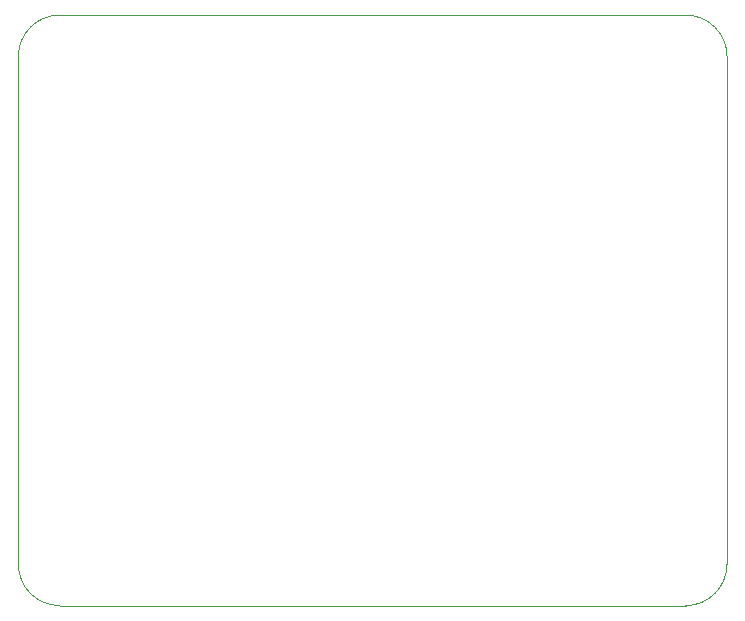
<source format=gbr>
%TF.GenerationSoftware,KiCad,Pcbnew,(6.0.0-rc1-48-g8f87638de5)*%
%TF.CreationDate,2021-11-22T15:04:28-05:00*%
%TF.ProjectId,motor_driver2,6d6f746f-725f-4647-9269-766572322e6b,rev?*%
%TF.SameCoordinates,Original*%
%TF.FileFunction,Profile,NP*%
%FSLAX46Y46*%
G04 Gerber Fmt 4.6, Leading zero omitted, Abs format (unit mm)*
G04 Created by KiCad (PCBNEW (6.0.0-rc1-48-g8f87638de5)) date 2021-11-22 15:04:28*
%MOMM*%
%LPD*%
G01*
G04 APERTURE LIST*
%TA.AperFunction,Profile*%
%ADD10C,0.100000*%
%TD*%
G04 APERTURE END LIST*
D10*
X180000000Y-88500000D02*
X180000000Y-131500000D01*
X120000000Y-131500000D02*
G75*
G03*
X123500000Y-135000000I3499999J-1D01*
G01*
X180000000Y-88500000D02*
G75*
G03*
X176500000Y-85000000I-3499999J1D01*
G01*
X176500000Y-135000000D02*
G75*
G03*
X180000000Y-131500000I1J3499999D01*
G01*
X176500000Y-135000000D02*
X123500000Y-135000000D01*
X123500000Y-85000000D02*
G75*
G03*
X120000000Y-88500000I-1J-3499999D01*
G01*
X120000000Y-131500000D02*
X120000000Y-88500000D01*
X123500000Y-85000000D02*
X176500000Y-85000000D01*
M02*

</source>
